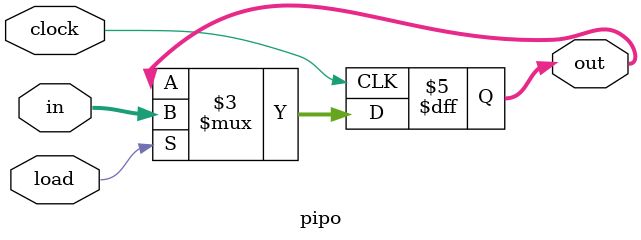
<source format=v>

module pipo(out, in, load, clock);
    input [15:0] in;
    input load, clock;
    output reg [15:0] out;

    always @(posedge clock) begin 
        if(load == 1) begin
            out <= in;
            //$display("Currently at PIPO %d and output %d", in, out); 
            end
    end
 
endmodule
</source>
